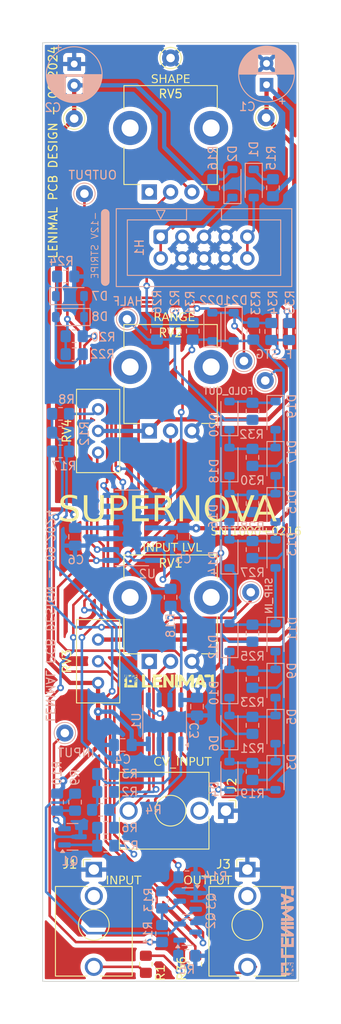
<source format=kicad_pcb>
(kicad_pcb (version 20240108) (generator "pcbnew") (generator_version "8.0")
  (layers (0 "F.Cu" signal) (31 "B.Cu" signal) (34 "B.Paste" user) (35 "F.Paste" user) (36 "B.SilkS" user "B.Silkscreen") (37 "F.SilkS" user "F.Silkscreen") (38 "B.Mask" user) (39 "F.Mask" user) (44 "Edge.Cuts" user))
  (net 0 "")
  (net 1 "+12V")
  (net 2 "GNDREF")
  (net 3 "-12V")
  (net 4 "Net-(D1-K)")
  (net 5 "Net-(D2-K)")
  (net 6 "Net-(D2-A)")
  (net 7 "Net-(D1-A)")
  (net 9 "Net-(D3-A)")
  (net 10 "Net-(D3-K)")
  (net 12 "Net-(D19-K)")
  (net 13 "Net-(D17-K)")
  (net 14 "Net-(D10-A)")
  (net 15 "Net-(D10-K)")
  (net 16 "Net-(D11-K)")
  (net 17 "Net-(D21-K)")
  (net 18 "Net-(D21-A)")
  (net 19 "Net-(J1-PadT)")
  (net 20 "Net-(J2-PadT)")
  (net 22 "Net-(J3-PadT)")
  (net 23 "Net-(Q1-E)")
  (net 24 "Net-(Q1-B)")
  (net 25 "Net-(Q2-E)")
  (net 26 "Net-(Q2-C)")
  (net 27 "Net-(Q2-B)")
  (net 28 "Net-(Q3-C)")
  (net 29 "Net-(R3-Pad1)")
  (net 30 "Net-(R7-Pad1)")
  (net 31 "Net-(R17-Pad2)")
  (net 32 "Net-(R35-Pad1)")
  (net 33 "Net-(D7-A)")
  (net 34 "Net-(D7-K)")
  (net 35 "Net-(D13-K)")
  (net 36 "Net-(D15-K)")
  (net 37 "Net-(R2-Pad1)")
  (net 38 "Net-(U1A--)")
  (net 39 "Net-(R4-Pad2)")
  (net 40 "Net-(R8-Pad2)")
  (net 41 "Net-(R11-Pad2)")
  (net 42 "Net-(R26-Pad2)")
  (net 43 "Net-(R29-Pad1)")
  (net 45 "Net-(U1B--)")
  (net 46 "Net-(U1B-+)")
  (net 47 "Net-(U2B--)")
  (net 48 "Net-(U2D--)")
  (footprint "Synth:Jack_3.5mm_QingPu_WQP-PJ398SM_Vertical_CircularHoles" (layer "F.Cu") (at 106 153.38)
    (property "Reference" "J1")
    (property "Value" "WAVE_INPUT")
  )
  (footprint "Connector_Pin:Pin_D1.0mm_L10.0mm" (layer "F.Cu") (at 103.7 58.9 180)
    (property "Reference" "TP3" (hide yes))
    (property "Value" "-12V")
  )
  (footprint "Synth:Jack_3.5mm_QingPu_WQP-PJ398SM_Vertical_CircularHoles" (layer "F.Cu") (at 115 140 -90)
    (property "Reference" "J2")
    (property "Value" "CTRL_INPUT")
  )
  (footprint "Synth:Jack_3.5mm_QingPu_WQP-PJ398SM_Vertical_CircularHoles" (layer "F.Cu") (at 124 153.38)
    (property "Reference" "J3")
    (property "Value" "OUTPUT")
  )
  (footprint "Synth:Potentiometer_TT_P0915N" (layer "F.Cu") (at 115 115)
    (property "Reference" "RV1")
    (property "Value" "100K")
  )
  (footprint "Synth:Potentiometer_Bourns_3296W_Vertical" (layer "F.Cu") (at 106.5 119.95 90)
    (property "Reference" "RV3")
    (property "Value" "50K")
  )
  (footprint "Synth:Potentiometer_TT_P0915N" (layer "F.Cu") (at 115 88)
    (property "Reference" "RV2")
    (property "Value" "100K")
  )
  (footprint "Synth:lenimal_logo_full" (layer "F.Cu") (at 114.9 124.8)
    (property "Reference" "G***" (hide yes))
    (property "Value" "LOGO" (hide yes))
  )
  (footprint "Synth:Potentiometer_Bourns_3296W_Vertical" (layer "F.Cu") (at 106.5 92.96 90)
    (property "Reference" "RV4")
    (property "Value" "1K")
  )
  (footprint "Synth:Potentiometer_TT_P0915N" (layer "F.Cu") (at 115 60)
    (property "Reference" "RV5")
    (property "Value" "50K")
  )
  (footprint "Resistor_SMD:R_0805_2012Metric_Pad1.20x1.40mm_HandSolder" (layer "F.Cu") (at 117.9 158 90)
    (property "Reference" "R36")
    (property "Value" "1K")
  )
  (footprint "Resistor_SMD:R_0805_2012Metric_Pad1.20x1.40mm_HandSolder" (layer "F.Cu") (at 112.1 158 90)
    (property "Reference" "R1")
    (property "Value" "100K")
  )
  (footprint "Connector_Pin:Pin_D1.0mm_L10.0mm" (layer "F.Cu") (at 115 51.8 180)
    (property "Reference" "TP2" (hide yes))
    (property "Value" "GND")
  )
  (footprint "Connector_Pin:Pin_D1.0mm_L10.0mm" (layer "F.Cu") (at 126.2 58.8 180)
    (property "Reference" "TP1" (hide yes))
    (property "Value" "+12V")
  )
  (footprint "Resistor_SMD:R_0805_2012Metric_Pad1.20x1.40mm_HandSolder" (layer "B.Cu") (at 102.1 95.7 180)
    (property "Reference" "R12")
    (property "Value" "10K [1%]")
  )
  (footprint "Resistor_SMD:R_0805_2012Metric_Pad1.20x1.40mm_HandSolder" (layer "B.Cu") (at 102.1 93.5)
    (property "Reference" "R8")
    (property "Value" "15K [1%]")
  )
  (footprint "Resistor_SMD:R_0805_2012Metric_Pad1.20x1.40mm_HandSolder" (layer "B.Cu") (at 107.4 144.1 180)
    (property "Reference" "R7")
    (property "Value" "22K")
  )
  (footprint "Resistor_SMD:R_0805_2012Metric_Pad1.20x1.40mm_HandSolder" (layer "B.Cu") (at 124.6 104 -90)
    (property "Reference" "R28")
    (property "Value" "15K")
  )
  (footprint "Diode_SMD:D_SOD-123" (layer "B.Cu") (at 121.9 109.9 90)
    (property "Reference" "D14")
    (property "Value" "1N4148W")
  )
  (footprint "Diode_SMD:D_SOD-123" (layer "B.Cu") (at 122.25 66.5 90)
    (property "Reference" "D2")
    (property "Value" "1N5819")
  )
  (footprint "Package_TO_SOT_SMD:SOT-23" (layer "B.Cu") (at 117 154.225)
    (property "Reference" "Q2")
    (property "Value" "BC847")
  )
  (footprint "Diode_SMD:D_SOD-123" (layer "B.Cu") (at 121.9 135.9 90)
    (property "Reference" "D4")
    (property "Value" "1N4148W")
  )
  (footprint "Connector_Pin:Pin_D1.0mm_L10.0mm" (layer "B.Cu") (at 123.6 87.3 180)
    (property "Reference" "TP9" (hide yes))
    (property "Value" "FINAL_STAGE")
  )
  (footprint "Resistor_SMD:R_0805_2012Metric_Pad1.20x1.40mm_HandSolder" (layer "B.Cu") (at 116.9 157 180)
    (property "Reference" "R5")
    (property "Value" "680R")
  )
  (footprint "Resistor_SMD:R_0805_2012Metric_Pad1.20x1.40mm_HandSolder" (layer "B.Cu") (at 124.6 119.2 -90)
    (property "Reference" "R25")
    (property "Value" "15K")
  )
  (footprint "Resistor_SMD:R_0805_2012Metric_Pad1.20x1.40mm_HandSolder" (layer "B.Cu") (at 124.7 83.8 -90)
    (property "Reference" "R33")
    (property "Value" "56K")
  )
  (footprint "Resistor_SMD:R_0805_2012Metric_Pad1.20x1.40mm_HandSolder" (layer "B.Cu") (at 124.6 98.6 90)
    (property "Reference" "R30")
    (property "Value" "15K")
  )
  (footprint "Capacitor_SMD:C_0805_2012Metric_Pad1.18x1.45mm_HandSolder" (layer "B.Cu") (at 118.1 127.8 -90)
    (property "Reference" "C3")
    (property "Value" "100nF")
  )
  (footprint "Diode_SMD:D_SOD-123" (layer "B.Cu") (at 127.3 119.7 -90)
    (property "Reference" "D11")
    (property "Value" "1N4148W")
  )
  (footprint "Diode_SMD:D_SOD-123" (layer "B.Cu") (at 127.3 125.1 -90)
    (property "Reference" "D9")
    (property "Value" "1N4148W")
  )
  (footprint "Diode_SMD:D_SOD-123" (layer "B.Cu") (at 121.9 130.5 90)
    (property "Reference" "D6")
    (property "Value" "1N4148W")
  )
  (footprint "Resistor_SMD:R_0805_2012Metric_Pad1.20x1.40mm_HandSolder" (layer "B.Cu") (at 102.7 77.4 180)
    (property "Reference" "R24")
    (property "Value" "2K7")
  )
  (footprint "Capacitor_THT:CP_Radial_D6.3mm_P2.50mm" (layer "B.Cu") (at 103.7 52.5 -90)
    (property "Reference" "C2")
    (property "Value" "47uF")
  )
  (footprint "Resistor_SMD:R_0805_2012Metric_Pad1.20x1.40mm_HandSolder" (layer "B.Cu") (at 124.6 93.2 -90)
    (property "Reference" "R32")
    (property "Value" "15K")
  )
  (footprint "Diode_SMD:D_SOD-123" (layer "B.Cu") (at 121.9 99.1 90)
    (property "Reference" "D18")
    (property "Value" "1N4148W")
  )
  (footprint "Resistor_SMD:R_0805_2012Metric_Pad1.20x1.40mm_HandSolder" (layer "B.Cu") (at 120 67 -90)
    (property "Reference" "R16")
    (property "Value" "10R")
  )
  (footprint "Resistor_SMD:R_0805_2012Metric_Pad1.20x1.40mm_HandSolder" (layer "B.Cu") (at 102.1 97.9 180)
    (property "Reference" "R17")
    (property "Value" "100K [1%]")
  )
  (footprint "Resistor_SMD:R_0805_2012Metric_Pad1.20x1.40mm_HandSolder" (layer "B.Cu") (at 127 67 -90)
    (property "Reference" "R15")
    (property "Value" "10R")
  )
  (footprint "Diode_SMD:D_SOD-123" (layer "B.Cu") (at 103.2 82.15 180)
    (property "Reference" "D8")
    (property "Value" "1N4148W")
  )
  (footprint "Resistor_SMD:R_0805_2012Metric_Pad1.20x1.40mm_HandSolder" (layer "B.Cu") (at 107.4 135.7 180)
    (property "Reference" "R3")
    (property "Value" "100K")
  )
  (footprint "Diode_SMD:D_SOD-123" (layer "B.Cu") (at 127.3 104.5 -90)
    (property "Reference" "D15")
    (property "Value" "1N4148W")
  )
  (footprint "Synth:lenimal_logo_full" (layer "B.Cu") (at 128.7 154 90)
    (property "Reference" "G***" (hide yes))
    (property "Value" "LOGO" (hide yes))
  )
  (footprint "Diode_SMD:D_SOD-123" (layer "B.Cu") (at 124.75 66.5 -90)
    (property "Reference" "D1")
    (property "Value" "1N5819")
  )
  (footprint "Diode_SMD:D_SOD-123" (layer "B.Cu") (at 127.3 109.9 -90)
    (property "Reference" "D13")
    (property "Value" "1N4148W")
  )
  (footprint "Resistor_SMD:R_0805_2012Metric_Pad1.20x1.40mm_HandSolder" (layer "B.Cu") (at 113.4 83.8 90)
    (property "Reference" "R26")
    (property "Value" "27K")
  )
  (footprint "Resistor_SMD:R_0805_2012Metric_Pad1.20x1.40mm_HandSolder" (layer "B.Cu") (at 115.5 83.8 -90)
    (property "Reference" "R29")
    (property "Value" "5K6")
  )
  (footprint "Resistor_SMD:R_0805_2012Metric_Pad1.20x1.40mm_HandSolder" (layer "B.Cu") (at 124.6 124.6 90)
    (property "Reference" "R23")
    (property "Value" "15K")
  )
  (footprint "Connector_Pin:Pin_D1.0mm_L10.0mm" (layer "B.Cu") (at 109.9 82.4 180)
    (property "Reference" "TP7" (hide yes))
    (property "Value" "FOLDER_HALF_OUT")
  )
  (footprint "Connector_Pin:Pin_D1.0mm_L10.0mm" (layer "B.Cu") (at 102.6 130.9 180)
    (property "Reference" "TP4" (hide yes))
    (property "Value" "INPUT")
  )
  (footprint "Resistor_SMD:R_0805_2012Metric_Pad1.20x1.40mm_HandSolder" (layer "B.Cu") (at 128.9 83.85 -90)
    (property "Reference" "R35")
    (property "Value" "56K")
  )
  (footprint "Diode_SMD:D_SOD-123" (layer "B.Cu") (at 127.3 130.5 -90)
    (property "Reference" "D5")
    (property "Value" "1N4148W")
  )
  (footprint "Synth:IDC-Header_2x05_P2.54mm_Vertical" (layer "B.Cu") (at 113.84 72.75 -90)
    (property "Reference" "H1")
    (property "Value" "Conn_02x05_PWR_Eurorack")
  )
  (footprint "Diode_SMD:D_SOD-123" (layer "B.Cu") (at 121.9 125.1 90)
    (property "Reference" "D10")
    (property "Value" "1N4148W")
  )
  (footprint "Resistor_SMD:R_0805_2012Metric_Pad1.20x1.40mm_HandSolder" (layer "B.Cu") (at 116.93 147.8)
    (property "Reference" "R14")
    (property "Value" "100K [1%]")
  )
  (footprint "Resistor_SMD:R_0805_2012Metric_Pad1.20x1.40mm_HandSolder" (layer "B.Cu") (at 117.6 83.8 90)
    (property "Reference" "R31")
    (property "Value" "5K6")
  )
  (footprint "Package_TO_SOT_SMD:SOT-23" (layer "B.Cu") (at 117 150.6 180)
    (property "Reference" "Q3")
    (property "Value" "BC847")
  )
  (footprint "Resistor_SMD:R_0805_2012Metric_Pad1.20x1.40mm_HandSolder" (layer "B.Cu") (at 103.7 84.4 180)
    (property "Reference" "R20")
    (property "Value" "100K")
  )
  (footprint "Resistor_SMD:R_0805_2012Metric_Pad1.20x1.40mm_HandSolder" (layer "B.Cu") (at 124.6 109.4 90)
    (property "Reference" "R27")
    (property "Value" "15K")
  )
  (footprint "Resistor_SMD:R_0805_2012Metric_Pad1.20x1.40mm_HandSolder" (layer "B.Cu") (at 107.4 142 180)
    (property "Reference" "R6")
    (property "Value" "22K")
  )
  (footprint "Resistor_SMD:R_0805_2012Metric_Pad1.20x1.40mm_HandSolder" (layer "B.Cu") (at 115 115 90)
    (property "Reference" "R18")
    (property "Value" "100K")
  )
  (footprint "Resistor_SMD:R_0805_2012Metric_Pad1.20x1.40mm_HandSolder" (layer "B.Cu") (at 124.6 130 -90)
    (property "Reference" "R21")
    (property "Value" "15K")
  )
  (footprint "Package_SO:SO-8_3.9x4.9mm_P1.27mm" (layer "B.Cu") (at 114.3 129.6 90)
    (property "Reference" "U1")
    (property "Value" "TL072")
  )
  (footprint "Capacitor_SMD:C_0805_2012Metric_Pad1.18x1.45mm_HandSolder" (layer "B.Cu") (at 109.4 132.3)
    (property "Reference" "C4")
    (property "Value" "100nF")
  )
  (footprint "Capacitor_SMD:C_0805_2012Metric_Pad1.18x1.45mm_HandSolder" (layer "B.Cu") (at 116.5 107.9 -90)
    (property "Reference" "C5")
    (property "Value" "100nF")
  )
  (footprint "Capacitor_THT:CP_Radial_D6.3mm_P2.50mm" (layer "B.Cu") (at 126.25 54.93238 90)
    (property "Reference" "C1")
    (property "Value" "47uF")
  )
  (footprint "Resistor_SMD:R_0805_2012Metric_Pad1.20x1.40mm_HandSolder" (layer "B.Cu") (at 103.7 86.5)
    (property "Reference" "R22")
    (property "Value" "33K")
  )
  (footprint "Diode_SMD:D_SOD-123" (layer "B.Cu") (at 122.4 83.3 -90)
    (property "Reference" "D21")
    (property "Value" "1N4148W")
  )
  (footprint "Package_TO_SOT_SMD:SOT-23" (layer "B.Cu") (at 103.5 143.0625)
    (property "Reference" "Q1")
    (property "Value" "BC847")
  )
  (footprint "Diode_SMD:D_SOD-123" (layer "B.Cu") (at 103.2 79.7)
    (property "Reference" "D7")
    (property "Value" "1N4148W")
  )
  (footprint "Diode_SMD:D_SOD-123" (layer "B.Cu") (at 121.9 104.5 90)
    (property "Reference" "D16")
    (property "Value" "1N4148W")
  )
  (footprint "Diode_SMD:D_SOD-123" (layer "B.Cu") (at 121.9 93.7 90)
    (property "Reference" "D20")
    (property "Value" "1N4148W")
  )
  (footprint "Capacitor_SMD:C_0805_2012Metric_Pad1.18x1.45mm_HandSolder" (layer "B.Cu") (at 103.8 107.9 90)
    (property "Reference" "C6")
    (property "Value" "100nF")
  )
  (footprint "Diode_SMD:D_SOD-123" (layer "B.Cu") (at 121.9 119.7 90)
    (property "Reference" "D12")
    (property "Value" "1N4148W")
  )
  (footprint "Connector_Pin:Pin_D1.0mm_L10.0mm" (layer "B.Cu") (at 124.4 114.4 180)
    (property "Reference" "TP5" (hide yes))
    (property "Value" "SHAPE_INPUT")
  )
  (footprint "Package_SO:SO-14_3.9x8.65mm_P1.27mm" (layer "B.Cu") (at 110.475 106.86 180)
    (property "Reference" "U2")
    (property "Value" "TL074")
  )
  (footprint "Resistor_SMD:R_0805_2012Metric_Pad1.20x1.40mm_HandSolder" (layer "B.Cu") (at 126.8 83.85 90)
    (property "Reference" "R34")
    (property "Value" "6K8")
  )
  (footprint "Diode_SMD:D_SOD-123" (layer "B.Cu") (at 127.3 93.7 -90)
    (property "Reference" "D19")
    (property "Value" "1N4148W")
  )
  (footprint "Connector_Pin:Pin_D1.0mm_L10.0mm" (layer "B.Cu") (at 126.1 89.6 180)
    (property "Reference" "TP6" (hide yes))
    (property "Value" "FOLDER_OUT")
  )
  (footprint "Resistor_SMD:R_0805_2012Metric_Pad1.20x1.40mm_HandSolder" (layer "B.Cu") (at 107.4 137.8 180)
    (property "Reference" "R2")
    (property "Value" "68K")
  )
  (footprint "Diode_SMD:D_SOD-123" (layer "B.Cu") (at 127.3 99.1 -90)
    (property "Reference" "D17")
    (property "Value" "1N4148W")
  )
  (footprint "Resistor_SMD:R_0805_2012Metric_Pad1.20x1.40mm_HandSolder" (layer "B.Cu") (at 124.6 135.4 90)
    (property "Reference" "R19")
    (property "Value" "15K")
  )
  (footprint "Connector_Pin:Pin_D1.0mm_L10.0mm" (layer "B.Cu") (at 104.9 67.7 180)
    (property "Reference" "TP8" (hide yes))
    (property "Value" "OUTPUT")
  )
  (footprint "Diode_SMD:D_SOD-123" (layer "B.Cu") (at 119.9 83.3 90)
    (property "Reference" "D22")
    (property "Value" "1N4148W")
  )
  (footprint "Resistor_SMD:R_0805_2012Metric_Pad1.20x1.40mm_HandSolder" (layer "B.Cu") (at 114 154.4 -90)
    (property "Reference" "R11")
    (property "Value" "15K [1%]")
  )
  (footprint "Resistor_SMD:R_0805_2012Metric_Pad1.20x1.40mm_HandSolder" (layer "B.Cu") (at 114 150.45 -90)
    (property "Reference" "R13")
    (property "Value" "10K [1%]")
  )
  (footprint "Diode_SMD:D_SOD-123" (layer "B.Cu") (at 127.3 135.9 -90)
    (property "Reference" "D3")
    (property "Value" "1N4148W")
  )
  (footprint "Resistor_SMD:R_0805_2012Metric_Pad1.20x1.40mm_HandSolder" (layer "B.Cu") (at 106.8 139.9)
    (property "Reference" "R4")
    (property "Value" "100K")
  )
  (footprint "Resistor_SMD:R_0805_2012Metric_Pad1.20x1.40mm_HandSolder" (layer "B.Cu") (at 101.7 139 -90)
    (property "Reference" "R10")
    (property "Value" "15K")
  )
  (footprint "Resistor_SMD:R_0805_2012Metric_Pad1.20x1.40mm_HandSolder" (layer "B.Cu") (at 103.8 139 90)
    (property "Reference" "R9")
    (property "Value" "33K")
  )
  (gr_rect (start 100 50) (end 130 160) (stroke (width 0.1)) (fill none) (layer "Edge.Cuts"))
  (gr_text "SHP_IN" (at 127 112.6 90) (layer "B.SilkS") (effects (font (size 0.8 0.8)) (justify left bottom mirror)))
  (gr_text "F_STG" (at 129.4 87.1 0) (layer "B.SilkS") (effects (font (size 1 1)) (justify left bottom mirror)))
  (gr_text "OUTPUT" (at 108.8 66.1 0) (layer "B.SilkS") (effects (font (size 1 1)) (justify left bottom mirror)))
  (gr_text "LENIMAL PCB DESIGN - 09.2024" (at 100.3 129.7 -90) (layer "B.SilkS") (effects (font (size 1 1)) (justify left bottom mirror)))
  (gr_text "FOLD_OUT" (at 124.8 91.3 0) (layer "B.SilkS") (effects (font (size 0.8 0.8)) (justify left bottom mirror)))
  (gr_text "HALF" (at 111.9 80.9 0) (layer "B.SilkS") (effects (font (size 1 1)) (justify left bottom mirror)))
  (gr_text "INPUT" (at 106.2 133.8 0) (layer "B.SilkS") (effects (font (size 1 1)) (justify left bottom mirror)))
  (gr_text "LENIMAL PCB DESIGN - 09.2024" (at 101.8 75.4 90) (layer "F.SilkS") (effects (font (size 1 1)) (justify left bottom)))
  (gr_text "SHAPE" (at 112.7 54.9 0) (layer "F.SilkS") (effects (font (size 1 1)) (justify left bottom)))
  (gr_text "SN 1000+0216" (at 119.7 107.9 0) (layer "F.SilkS") (effects (font (size 1 1)) (justify left bottom)))
  (gr_text "INPUT" (at 107.4 148.8 0) (layer "F.SilkS") (effects (font (size 1 1)) (justify left bottom)))
  (gr_text "CV_INPUT" (at 113 134.9 0) (layer "F.SilkS") (effects (font (size 1 1)) (justify left bottom)))
  (gr_text "INPUT LVL" (at 111.7 109.8 0) (layer "F.SilkS") (effects (font (size 1 1)) (justify left bottom)))
  (gr_text "OUTPUT" (at 116.5 148.8 0) (layer "F.SilkS") (effects (font (size 1 1)) (justify left bottom)))
  (gr_text "SUPERNOVA" (at 101.8 106.6 0) (layer "F.SilkS") (effects (font (size 3 3)) (justify left bottom)))
  (gr_text "RANGE" (at 113 82.8 0) (layer "F.SilkS") (effects (font (size 1 1)) (justify left bottom)))
  (segment (start 113.85 94.15) (end 126.45 94.15) (width 0.5) (layer "F.Cu") (net 1))
  (segment (start 126.2 58.8) (end 129.5 62.1) (width 0.5) (layer "F.Cu") (net 1))
  (segment (start 129.5 91.1) (end 129.5 91) (width 0.5) (layer "F.Cu") (net 1))
  (segment (start 120.9 119.95) (end 127.75 119.95) (width 0.5) (layer "F.Cu") (net 1))
  (segment (start 126.9 106.9) (end 129.5 104.3) (width 0.5) (layer "F.Cu") (net 1))
  (segment (start 129.5 104.3) (end 129.5 118.2) (width 0.5) (layer "F.Cu") (net 1))
  (segment (start 127.75 119.95) (end 129.5 118.2) (width 0.5) (layer "F.Cu") (net 1))
  (segment (start 118 106.9) (end 126.9 106.9) (width 0.5) (layer "F.Cu") (net 1))
  (segment (start 126.25 54.93238) (end 126.25 58.75) (width 0.5) (layer "F.Cu") (net 1))
  (segment (start 129.5 91) (end 129.5 104.3) (width 0.5) (layer "F.Cu") (net 1))
  (segment (start 126.45 94.15) (end 129.5 91.1) (width 0.5) (layer "F.Cu") (net 1))
  (segment (start 118.2 125.4) (end 120.9 122.7) (width 0.5) (layer "F.Cu") (net 1))
  (segment (start 126.25 58.75) (end 126.2 58.8) (width 0.5) (layer "F.Cu") (net 1))
  (segment (start 120.9 122.7) (end 120.9 119.95) (width 0.5) (layer "F.Cu") (net 1))
  (segment (start 112.5 95.5) (end 113.85 94.15) (width 0.5) (layer "F.Cu") (net 1))
  (segment (start 106.5 119.95) (end 120.9 119.95) (width 0.5) (layer "F.Cu") (net 1))
  (segment (start 129.5 62.1) (end 129.5 91) (width 0.5) (layer "F.Cu") (net 1))
  (via (at 118 106.9) (size 1) (drill 0.4) (layers "F.Cu" "B.Cu") (net 1))
  (via (at 118.2 125.4) (size 1) (drill 0.4) (layers "F.Cu" "B.Cu") (net 1))
  (segment (start 129.2 65.8) (end 129.2 57.88238) (width 0.5) (layer "B.Cu") (net 1))
  (segment (start 118.2 126.6625) (end 118.1 126.7625) (width 0.5) (layer "B.Cu") (net 1))
  (segment (start 116.205 127.025) (end 117.8375 127.025) (width 0.5) (layer "B.Cu") (net 1))
  (segment (start 127 68) (end 129.2 65.8) (width 0.5) (layer "B.Cu") (net 1))
  (segment (start 129.2 57.88238) (end 126.25 54.93238) (width 0.5) (layer "B.Cu") (net 1))
  (segment (start 117.8375 127.025) (end 118.1 126.7625) (width 0.5) (layer "B.Cu") (net 1))
  (segment (start 112.5 95.5) (end 106.5 95.5) (width 0.5) (layer "B.Cu") (net 1))
  (segment (start 117.4375 106.9) (end 117.3975 106.86) (width 0.5) (layer "B.Cu") (net 1))
  (segment (start 117.3975 106.86) (end 112.95 106.86) (width 0.5) (layer "B.Cu") (net 1))
  (segment (start 118.2 125.4) (end 118.2 126.6625) (width 0.5) (layer "B.Cu") (net 1))
  (segment (start 118 106.9) (end 117.4375 106.9) (width 0.5) (layer "B.Cu") (net 1))
  (segment (start 106.5 125.03) (end 106.5 132.4) (width 0.5) (layer "F.Cu") (net 3))
  (segment (start 100.7 104.7) (end 100.7 61.9) (width 0.5) (layer "F.Cu") (net 3))
  (segment (start 100.7 104.7) (end 103.1 104.7) (width 0.5) (layer "F.Cu") (net 3))
  (segment (start 103.7 58.9) (end 103.7 55) (width 0.5) (layer "F.Cu") (net 3))
  (segment (start 106.5 125.03) (end 103.23 125.03) (width 0.5) (layer "F.Cu") (net 3))
  (segment (start 100.7 61.9) (end 103.7 58.9) (width 0.5) (layer "F.Cu") (net 3))
  (segment (start 100.7 122.5) (end 100.7 104.7) (width 0.5) (layer "F.Cu") (net 3))
  (segment (start 106.5 128.4) (end 106.5 125.03) (width 0.5) (layer "F.Cu") (net 3))
  (segment (start 103.1 104.7) (end 103.7 105.3) (width 0.5) (layer "F.Cu") (net 3))
  (segment (start 103.23 125.03) (end 100.7 122.5) (width 0.5) (layer "F.Cu") (net 3))
  (segment (start 106.5 132.4) (end 102.4 136.5) (width 0.5) (layer "F.Cu") (net 3))
  (via (at 102.4 136.5) (size 1) (drill 0.4) (layers "F.Cu" "B.Cu") (net 3))
  (via (at 103.7 105.3) (size 1) (drill 0.4) (layers "F.Cu" "B.Cu") (net 3))
  (via (at 106.5 128.4) (size 1) (drill 0.4) (layers "F.Cu" "B.Cu") (net 3))
  (segment (start 110.4375 130.6375) (end 110.4375 132.3) (width 0.5) (layer "B.Cu") (net 3))
  (segment (start 106.5 128.4) (end 108.2 128.4) (width 0.5) (layer "B.Cu") (net 3))
  (segment (start 111 55) (end 103.7 55) (width 0.5) (layer "B.Cu") (net 3))
  (segment (start 103.7 55.017621) (end 103.75 55.067621) (width 0.5) (layer "B.Cu") (net 3))
  (segment (start 103.7 106.7625) (end 103.8 106.8625) (width 0.5) (layer "B.Cu") (net 3))
  (segment (start 107.9975 106.8625) (end 108 106.86) (width 0.5) (layer "B.Cu") (net 3))
  (segment (start 112.395 132.175) (end 110.5625 132.175) (width 0.5) (layer "B.Cu") (net 3))
  (segment (start 120 68) (end 114.25 62.25) (width 0.5) (layer "B.Cu") (net 3))
  (segment (start 110.5625 132.175) (end 110.4375 132.3) (width 0.5) (layer "B.Cu") (net 3))
  (segment (start 114.25 58.25) (end 111 55) (width 0.5) (layer "B.Cu") (net 3))
  (segment (start 103.7 105.3) (end 103.7 106.7625) (width 0.5) (layer "B.Cu") (net 3))
  (segment (start 102.4 136.5) (end 102.4 137.3) (width 0.5) (layer "B.Cu") (net 3))
  (segment (start 103.8 106.8625) (end 107.9975 106.8625) (width 0.5) (layer "B.Cu") (net 3))
  (segment (start 103.7 55) (end 103.7 55.017621) (width 0.5) (layer "B.Cu") (net 3))
  (segment (start 114.25 62.25) (end 114.25 58.25) (width 0.5) (layer "B.Cu") (net 3))
  (segment (start 108.2 128.4) (end 110.4375 130.6375) (width 0.5) (layer "B.Cu") (net 3))
  (segment (start 102.4 137.3) (end 101.7 138) (width 0.5) (layer "B.Cu") (net 3))
  (segment (start 127 66) (end 125.9 66) (width 0.3) (layer "B.Cu") (net 4))
  (segment (start 125.9 66) (end 124.75 64.85) (width 0.3) (layer "B.Cu") (net 4))
  (segment (start 113.84 72.75) (end 113.84 75.29) (width 0.3) (layer "F.Cu") (net 5))
  (segment (start 122.25 68.15) (end 118.85 71.55) (width 0.3) (layer "B.Cu") (net 5))
  (segment (start 118.85 71.55) (end 115.04 71.55) (width 0.3) (layer "B.Cu") (net 5))
  (segment (start 115.04 71.55) (end 113.84 72.75) (width 0.3) (layer "B.Cu") (net 5))
  (segment (start 121.1 66) (end 122.25 64.85) (width 0.3) (layer "B.Cu") (net 6))
  (segment (start 120 66) (end 121.1 66) (width 0.3) (layer "B.Cu") (net 6))
  (segment (start 124 72.75) (end 124 75.29) (width 0.3) (layer "F.Cu") (net 7))
  (segment (start 124.75 68.15) (end 124.75 72) (width 0.3) (layer "B.Cu") (net 7))
  (segment (start 124.75 72) (end 124 72.75) (width 0.3) (layer "B.Cu") (net 7))
  (segment (start 105.2 98.960316) (end 104.4 98.160316) (width 0.3) (layer "F.Cu") (net 9))
  (segment (start 102.85 121.25) (end 101.8 120.2) (width 0.3) (layer "F.Cu") (net 9))
  (segment (start 117.5 67.5) (end 115.7 65.7) (width 0.3) (layer "F.Cu") (net 9))
  (segment (start 105.2 109.460661) (end 105.2 98.960316) (width 0.3) (layer "F.Cu") (net 9))
  (segment (start 106.3 110.7) (end 106.3 110.560661) (width 0.3) (layer "F.Cu") (net 9))
  (segment (start 111.3 65.6) (end 103.9 65.6) (width 0.3) (layer "F.Cu") (net 9))
  (segment (start 120.6 137.5) (end 116.25 133.15) (width 0.3) (layer "F.Cu") (net 9))
  (segment (start 116.25 133.15) (end 116.25 121.982233) (width 0.3) (layer "F.Cu") (net 9))
  (segment (start 104.4 83.9) (end 102.9 82.4) (width 0.3) (layer "F.Cu") (net 9))
  (segment (start 115.7 65.7) (end 111.4 65.7) (width 0.3) (layer "F.Cu") (net 9))
  (segment (start 102.9 66.6) (end 102.9 82.4) (width 0.3) (layer "F.Cu") (net 9))
  (segment (start 103.9 65.6) (end 102.9 66.6) (width 0.3) (layer "F.Cu") (net 9))
  (segment (start 104.9 110.7) (end 106.3 110.7) (width 0.3) (layer "F.Cu") (net 9))
  (segment (start 111.4 65.7) (end 111.3 65.6) (width 0.3) (layer "F.Cu") (net 9))
  (segment (start 115.517767 121.25) (end 102.85 121.25) (width 0.3) (layer "F.Cu") (net 9))
  (segment (start 101.8 113.8) (end 104.9 110.7) (width 0.3) (layer "F.Cu") (net 9))
  (segment (start 101.8 120.2) (end 101.8 113.8) (width 0.3) (layer "F.Cu") (net 9))
  (segment (start 116.25 121.982233) (end 115.517767 121.25) (width 0.3) (layer "F.Cu") (net 9))
  (segment (start 106.3 110.560661) (end 105.2 109.460661) (width 0.3) (layer "F.Cu") (net 9))
  (segment (start 104.4 98.160316) (end 104.4 83.9) (width 0.3) (layer "F.Cu") (net 9))
  (via (at 106.3 110.7) (size 0.8) (drill 0.4) (layers "F.Cu" "B.Cu") (net 9))
  (via (at 120.6 137.5) (size 0.8) (drill 0.4) (layers "F.Cu" "B.Cu") (net 9))
  (via (at 102.9 82.4) (size 0.8) (drill 0.4) (layers "F.Cu" "B.Cu") (net 9))
  (segment (start 120.65 137.55) (end 120.6 137.5) (width 0.3) (layer "B.Cu") (net 9))
  (segment (start 102.9 84.2) (end 102.7 84.4) (width 0.3) (layer "B.Cu") (net 9))
  (segment (start 106.33 110.67) (end 108 110.67) (width 0.3) (layer "B.Cu") (net 9))
  (segment (start 121.9 137.55) (end 120.65 137.55) (width 0.3) (layer "B.Cu") (net 9))
  (segment (start 102.7 84.4) (end 102.7 86.5) (width 0.3) (layer "B.Cu") (net 9))
  (segment (start 102.9 82.4) (end 102.9 84.2) (width 0.3) (layer "B.Cu") (net 9))
  (segment (start 106.3 110.7) (end 106.33 110.67) (width 0.3) (layer "B.Cu") (net 9))
  (segment (start 127.3 137.55) (end 121.9 137.55) (width 0.3) (layer "B.Cu") (net 9))
  (segment (start 124.6 134.4) (end 127.15 134.4) (width 0.3) (layer "B.Cu") (net 10))
  (segment (start 121.9 132.15) (end 121.9 134.25) (width 0.3) (layer "B.Cu") (net 10))
  (segment (start 127.3 132.15) (end 127.3 134.25) (width 0.3) (layer "B.Cu") (net 10))
  (segment (start 124.6 134.4) (end 122.05 134.4) (width 0.3) (layer "B.Cu") (net 10))
  (segment (start 127.15 134.4) (end 127.3 134.25) (width 0.3) (layer "B.Cu") (net 10))
  (segment (start 122.05 134.4) (end 121.9 134.25) (width 0.3) (layer "B.Cu") (net 10))
  (segment (start 124.45 92.05) (end 124.6 92.2) (width 0.3) (layer "B.Cu") (net 12))
  (segment (start 127.05 92.2) (end 127.2 92.05) (width 0.3) (layer "B.Cu") (net 12))
  (segment (start 124.6 92.2) (end 127.05 92.2) (width 0.3) (layer "B.Cu") (net 12))
  (segment (start 121.9 92.05) (end 124.45 92.05) (width 0.3) (layer "B.Cu") (net 12))
  (segment (start 127.2 97.35) (end 127.3 97.45) (width 0.3) (layer "B.Cu") (net 13))
  (segment (start 124.6 97.6) (end 127.15 97.6) (width 0.3) (layer "B.Cu") (net 13))
  (segment (start 127.2 95.35) (end 127.2 97.35) (width 0.3) (layer "B.Cu") (net 13))
  (segment (start 122.05 97.6) (end 121.9 97.45) (width 0.3) (layer "B.Cu") (net 13))
  (segment (start 127.15 97.6) (end 127.3 97.45) (width 0.3) (layer "B.Cu") (net 13))
  (segment (start 121.9 95.35) (end 121.9 97.45) (width 0.3) (layer "B.Cu") (net 13))
  (segment (start 124.6 97.6) (end 122.05 97.6) (width 0.3) (layer "B.Cu") (net 13))
  (segment (start 127.15 123.6) (end 127.3 123.45) (width 0.3) (layer "B.Cu") (net 14))
  (segment (start 121.9 121.35) (end 121.9 123.45) (width 0.3) (layer "B.Cu") (net 14))
  (segment (start 124.6 123.6) (end 127.15 123.6) (width 0.3) (layer "B.Cu") (net 14))
  (segment (start 122.05 123.6) (end 121.9 123.45) (width 0.3) (layer "B.Cu") (net 14))
  (segment (start 127.3 121.35) (end 127.3 123.45) (width 0.3) (layer "B.Cu") (net 14))
  (segment (start 124.6 123.6) (end 122.05 123.6) (width 0.3) (layer "B.Cu") (net 14))
  (segment (start 124.6 129) (end 122.05 129) (width 0.3) (layer "B.Cu") (net 15))
  (segment (start 127.3 126.75) (end 127.3 128.85) (width 0.3) (layer "B.Cu") (net 15))
  (segment (start 124.6 129) (end 127.15 129) (width 0.3) (layer "B.Cu") (net 15))
  (segment (start 121.9 126.75) (end 121.9 128.85) (width 0.3) (layer "B.Cu") (net 15))
  (segment (start 122.05 129) (end 121.9 128.85) (width 0.3) (layer "B.Cu") (net 15))
  (segment (start 127.15 129) (end 127.3 128.85) (width 0.3) (layer "B.Cu") (net 15))
  (segment (start 122.6 117.35) (end 122.6 112.25) (width 0.3) (layer "B.Cu") (net 16))
  (segment (start 122.6 112.25) (end 121.9 111.55) (width 0.3) (layer "B.Cu") (net 16))
  (segment (start 127.3 111.55) (end 127.3 118.05) (width 0.3) (layer "B.Cu") (net 16))
  (segment (start 124.6 118.2) (end 122.05 118.2) (width 0.3) (layer "B.Cu") (net 16))
  (segment (start 121.9 118.05) (end 122.6 117.35) (width 0.3) (layer "B.Cu") (net 16))
  (segment (start 124.6 118.2) (end 127.15 118.2) (width 0.3) (layer "B.Cu") (net 16))
  (segment (start 122.05 118.2) (end 121.9 118.05) (width 0.3) (layer "B.Cu") (net 16))
  (segment (start 127.15 118.2) (end 127.3 118.05) (width 0.3) (layer "B.Cu") (net 16))
  (segment (start 123.6 87.3) (end 123.6 84.3) (width 0.3) (layer "F.Cu") (net 17))
  (segment (start 117.85 80.9) (end 118.1 81.15) (width 0.3) (layer "F.Cu") (net 17))
  (segment (start 108.57 91.355788) (end 107.9 90.685788) (width 0.3) (layer "F.Cu") (net 17))
  (segment (start 108.890331 99.929669) (end 108.57 99.609338) (width 0.3) (layer "F.Cu") (net 17))
  (segment (start 107.9 82.414212) (end 109.414212 80.9) (width 0.3) (layer "F.Cu") (net 17))
  (segment (start 109.414212 80.9) (end 117.85 80.9) (width 0.3) (layer "F.Cu") (net 17))
  (segment (start 108.57 99.609338) (end 108.57 91.355788) (width 0.3) (layer "F.Cu") (net 17))
  (segment (start 107.9 90.685788) (end 107.9 82.414212) (width 0.3) (layer "F.Cu") (net 17))
  (segment (start 123.6 84.3) (end 122.5 83.2) (width 0.3) (layer "F.Cu") (net 17))
  (via (at 118.1 81.15) (size 0.8) (drill 0.4) (layers "F.Cu" "B.Cu") (net 17))
  (via (at 122.5 83.2) (size 0.8) (drill 0.4) (layers "F.Cu" "B.Cu") (net 17))
  (via (at 108.890331 99.929669) (size 0.8) (drill 0.4) (layers "F.Cu" "B.Cu") (net 17))
  (segment (start 123.55 82.8) (end 122.4 81.65) (width 0.3) (layer "B.Cu") (net 17))
  (segment (start 119.4 81.15) (end 119.9 81.65) (width 0.3) (layer "B.Cu") (net 17))
  (segment (start 126.8 82.85) (end 124.75 82.85) (width 0.3) (layer "B.Cu") (net 17))
  (segment (start 124.75 82.85) (end 124.7 82.8) (width 0.3) (layer "B.Cu") (net 17))
  (segment (start 122.4 81.65) (end 119.9 81.65) (width 0.3) (layer "B.Cu") (net 17))
  (segment (start 118.1 81.15) (end 119.4 81.15) (width 0.3) (layer "B.Cu") (net 17))
  (segment (start 124.7 82.8) (end 123.55 82.8) (width 0.3) (layer "B.Cu") (net 17))
  (segment (start 122.5 83.2) (end 122.5 81.75) (width 0.3) (layer "B.Cu") (net 17))
  (segment (start 122.5 81.75) (end 122.4 81.65) (width 0.3) (layer "B.Cu") (net 17))
  (segment (start 112.95 103.05) (end 109.829669 99.929669) (width 0.3) (layer "B.Cu") (net 17))
  (segment (start 109.829669 99.929669) (end 108.890331 99.929669) (width 0.3) (layer "B.Cu") (net 17))
  (segment (start 116.4 87.1) (end 117.5 86) (width 0.3) (layer "F.Cu") (net 18))
  (segment (start 116.4 93.15) (end 116.4 87.1) (width 0.3) (layer "F.Cu") (net 18))
  (segment (start 116.25 93.3) (end 116.4 93.15) (width 0.3) (layer "F.Cu") (net 18))
  (via (at 116.25 93.3) (size 0.8) (drill 0.4) (layers "F.Cu" "B.Cu") (net 18))
  (via (at 117.5 86) (size 0.8) (drill 0.4) (layers "F.Cu" "B.Cu") (net 18))
  (segment (start 122.4 84.95) (end 124.55 84.95) (width 0.3) (layer "B.Cu") (net 18))
  (segment (start 127.45 125.6) (end 128.25 124.8) (width 0.3) (layer "B.Cu") (net 18))
  (segment (start 127.45 99.6) (end 128.25 98.8) (width 0.3) (layer "B.Cu") (net 18))
  (segment (start 127.3 88.4) (end 128.2 88.4) (width 0.3) (layer "B.Cu") (net 18))
  (segment (start 119.9 84.95) (end 122.4 84.95) (width 0.3) (layer "B.Cu") (net 18))
  (segment (start 124.6 99.6) (end 127.45 99.6) (width 0.3) (layer "B.Cu") (net 18))
  (segment (start 127.55 110.4) (end 128.25 109.7) (width 0.3) (layer "B.Cu") (net 18))
  (segment (start 128.2 88.4) (end 128.25 88.35) (width 0.3) (layer "B.Cu") (net 18))
  (segment (start 128.25 134.719408) (end 128.25 124.8) (width 0.3) (layer "B.Cu") (net 18))
  (segment (start 117.5 84.9) (end 117.6 84.8) (width 0.3) (layer "B.Cu") (net 18))
  (segment (start 124.6 125.6) (end 127.45 125.6) (width 0.3) (layer "B.Cu") (net 18))
  (segment (start 117.5 86) (end 117.5 84.9) (width 0.3) (layer "B.Cu") (net 18))
  (segment (start 128.25 109.7) (end 128.25 98.8) (width 0.3) (layer "B.Cu") (net 18))
  (segment (start 116.25 101.994999) (end 113.924999 104.32) (width 0.3) (layer "B.Cu") (net 18))
  (segment (start 128.25 98.8) (end 128.25 88.35) (width 0.3) (layer "B.Cu") (net 18))
  (segment (start 116.25 93.3) (end 116.25 101.994999) (width 0.3) (layer "B.Cu") (net 18))
  (segment (start 128.25 88.35) (end 124.7 84.8) (width 0.3) (layer "B.Cu") (net 18))
  (segment (start 126.569408 136.4) (end 128.25 134.719408) (width 0.3) (layer "B.Cu") (net 18))
  (segment (start 113.924999 104.32) (end 112.95 104.32) (width 0.3) (layer "B.Cu") (net 18))
  (segment (start 126.1 89.6) (end 127.3 88.4) (width 0.3) (layer "B.Cu") (net 18))
  (segment (start 124.6 136.4) (end 126.569408 136.4) (width 0.3) (layer "B.Cu") (net 18))
  (segment (start 128.25 124.8) (end 128.25 109.7) (width 0.3) (layer "B.Cu") (net 18))
  (segment (start 119.75 84.8) (end 119.9 84.95) (width 0.3) (layer "B.Cu") (net 18))
  (segment (start 124.55 84.95) (end 124.7 84.8) (width 0.3) (layer "B.Cu") (net 18))
  (segment (start 117.6 84.8) (end 119.75 84.8) (width 0.3) (layer "B.Cu") (net 18))
  (segment (start 124.6 110.4) (end 127.55 110.4) (width 0.3) (layer "B.Cu") (net 18))
  (segment (start 112.1 159) (end 112 159) (width 0.3) (layer "F.Cu") (net 19))
  (segment (start 111.3 158.3) (end 106 158.3) (width 0.3) (layer "F.Cu") (net 19))
  (segment (start 112 159) (end 111.3 158.3) (width 0.3) (layer "F.Cu") (net 19))
  (segment (start 110.08 140) (end 112.5 137.58) (width 0.3) (layer "F.Cu") (net 20))
  (segment (start 112.5 137.58) (end 112.5 122.5) (width 0.3) (layer "F.Cu") (net 20))
  (segment (start 117.9 159) (end 124.3 159) (width 0.3) (layer "F.Cu") (net 22))
  (segment (start 124.3 159) (end 125 158.3) (width 0.3) (layer "F.Cu") (net 22))
  (segment (start 101.575736 141.1) (end 101.325736 140.85) (width 0.3) (layer "F.Cu") (net 23))
  (segment (start 101.325736 132.174264) (end 102.6 130.9) (width 0.3) (layer "F.Cu") (net 23))
  (segment (start 101.325736 140.85) (end 101.325736 132.174264) (width 0.3) (layer "F.Cu") (net 23))
  (via (at 101.575736 141.1) (size 0.8) (drill 0.4) (layers "F.Cu" "B.Cu") (net 23))
  (segment (start 101.575736 141.125736) (end 102.5625 142.1125) (width 0.3) (layer "B.Cu") (net 23))
  (segment (start 101.575736 141.1) (end 101.575736 141.125736) (width 0.3) (layer "B.Cu") (net 23))
  (segment (start 101.7 140) (end 103.8 140) (width 0.3) (layer "B.Cu") (net 23))
  (segment (start 102.5625 142.1125) (end 102.5625 140.8625) (width 0.3) (layer "B.Cu") (net 23))
  (segment (start 102.5625 140.8625) (end 101.7 140) (width 0.3) (layer "B.Cu") (net 23))
  (segment (start 106.4 142) (end 106.4 144.1) (width 0.3) (layer "B.Cu") (net 24))
  (segment (start 106.3125 144.0125) (end 106.4 144.1) (width 0.3) (layer "B.Cu") (net 24))
  (segment (start 102.5625 144.0125) (end 106.3125 144.0125) (width 0.3) (layer "B.Cu") (net 24))
  (segment (start 100.994544 139.05) (end 100.4 139.644544) (width 0.3) (layer "B.Cu") (net 25))
  (segment (start 100.4 139.644544) (end 100.4 149.5) (width 0.3) (layer "B.Cu") (net 25))
  (segment (start 117.7875 151.55) (end 116.0625 153.275) (width 0.3) (layer "B.Cu") (net 25))
  (segment (start 102.75 139.05) (end 100.994544 139.05) (width 0.3) (layer "B.Cu") (net 25))
  (segment (start 117.9375 151.55) (end 117.7875 151.55) (width 0.3) (layer "B.Cu") (net 25))
  (segment (start 100.4 149.5) (end 105.25 154.35) (width 0.3) (layer "B.Cu") (net 25))
  (segment (start 105.25 154.35) (end 114.9875 154.35) (width 0.3) (layer "B.Cu") (net 25))
  (segment (start 103.8 138) (end 102.75 139.05) (width 0.3) (layer "B.Cu") (net 25))
  (segment (start 114.9875 154.35) (end 116.0625 153.275) (width 0.3) (layer "B.Cu") (net 25))
  (segment (start 118.8 154.260661) (end 107.9 143.360661) (width 0.3) (layer "F.Cu") (net 26))
  (segment (start 108.9 125) (end 107.6 123.7) (width 0.3) (layer "F.Cu") (net 26))
  (segment (start 107.6 123.7) (end 102.748528 123.7) (width 0.3) (layer "F.Cu") (net 26))
  (segment (start 108.9 126.310661) (end 108.9 125) (width 0.3) (layer "F.Cu") (net 26))
  (segment (start 107.9 127.310661) (end 108.9 126.310661) (width 0.3) (layer "F.Cu") (net 26))
  (segment (start 102.748528 123.7) (end 101.3 122.251472) (width 0.3) (layer "F.Cu") (net 26))
  (segment (start 101.3 105.85) (end 101.55 105.6) (width 0.3) (layer "F.Cu") (net 26))
  (segment (start 118.8 155.5) (end 118.8 154.260661) (width 0.3) (layer "F.Cu") (net 26))
  (segment (start 107.9 143.360661) (end 107.9 127.310661) (width 0.3) (layer "F.Cu") (net 26))
  (segment (start 101.3 122.251472) (end 101.3 105.85) (width 0.3) (layer "F.Cu") (net 26))
  (via (at 101.55 105.6) (size 0.8) (drill 0.4) (layers "F.Cu" "B.Cu") (net 26))
  (via (at 118.8 155.5) (size 0.8) (drill 0.4) (layers "F.Cu" "B.Cu") (net 26))
  (segment (start 118.8 155.0875) (end 117.9375 154.225) (width 0.3) (layer "B.Cu") (net 26))
  (segment (start 101.1 95.7) (end 101.1 93.5) (width 0.3) (layer "B.Cu") (net 26))
  (segment (start 102.225 104.925) (end 102.225 104.865811) (width 0.3) (layer "B.Cu") (net 26))
  (segment (start 102.05 99.039339) (end 102.05 96.65) (width 0.3) (layer "B.Cu") (net 26))
  (segment (start 101.55 105.6) (end 102.225 104.925) (width 0.3) (layer "B.Cu") (net 26))
  (segment (start 102.225 104.865811) (end 102.3 104.790811) (width 0.3) (layer "B.Cu") (net 26))
  (segment (start 118.8 155.5) (end 118.8 155.0875) (width 0.3) (layer "B.Cu") (net 26))
  (segment (start 102.3 99.289339) (end 102.05 99.039339) (width 0.3) (layer "B.Cu") (net 26))
  (segment (start 102.3 104.790811) (end 102.3 99.289339) (width 0.3) (layer "B.Cu") (net 26))
  (segment (start 102.05 96.65) (end 101.1 95.7) (width 0.3) (layer "B.Cu") (net 26))
  (segment (start 116 158.8) (end 114.2 157) (width 0.3) (layer "F.Cu") (net 27))
  (segment (start 114.2 157) (end 112.1 157) (width 0.3) (layer "F.Cu") (net 27))
  (via (at 116 158.8) (size 0.8) (drill 0.4) (layers "F.Cu" "B.Cu") (net 27))
  (segment (start 115.9 155.3375) (end 116.0625 155.175) (width 0.3) (layer "B.Cu") (net 27))
  (segment (start 116 157.1) (end 115.9 157) (width 0.3) (layer "B.Cu") (net 27))
  (segment (start 115.9 157) (end 115.9 155.3375) (width 0.3) (layer "B.Cu") (net 27))
  (segment (start 116 158.8) (end 116 157.1) (width 0.3) (layer "B.Cu") (net 27))
  (segment (start 114 153.4) (end 114 151.45) (width 0.3) (layer "B.Cu") (net 28))
  (segment (start 115.2125 151.45) (end 116.0625 150.6) (width 0.3) (layer "B.Cu") (net 28))
  (segment (start 114 151.45) (end 115.2125 151.45) (width 0.3) (layer "B.Cu") (net 28))
  (segment (start 115 95.5) (end 115 106.014213) (width 0.3) (layer "F.Cu") (net 29))
  (segment (start 115 106.014213) (end 106.9 114.114213) (width 0.3) (layer "F.Cu") (net 29))
  (segment (start 106.9 114.114213) (end 106.9 117.400003) (width 0.3) (layer "F.Cu") (net 29))
  (segment (start 106.9 117.400003) (end 104.600003 119.7) (width 0.3) (layer "F.Cu") (net 29))
  (via (at 104.600003 119.7) (size 0.8) (drill 0.4) (layers "F.Cu" "B.Cu") (net 29))
  (segment (start 104.600003 131.900003) (end 108.4 135.7) (width 0.3) (layer "B.Cu") (net 29))
  (segment (start 104.600003 119.7) (end 104.600003 131.900003) (width 0.3) (layer "B.Cu") (net 29))
  (segment (start 110.700001 145.1) (end 108.4 142.799999) (width 0.3) (layer "F.Cu") (net 30))
  (segment (start 107.097106 122.49) (end 106.5 122.49) (width 0.3) (layer "F.Cu") (net 30))
  (segment (start 108.4 127.517768) (end 109.4 126.517768) (width 0.3) (layer "F.Cu") (net 30))
  (segment (start 109.4 124.792894) (end 107.097106 122.49) (width 0.3) (layer "F.Cu") (net 30))
  (segment (start 109.4 126.517768) (end 109.4 124.792894) (width 0.3) (layer "F.Cu") (net 30))
  (segment (start 108.4 142.799999) (end 108.4 127.517768) (width 0.3) (layer "F.Cu") (net 30))
  (via (at 110.700001 145.1) (size 0.8) (drill 0.4) (layers "F.Cu" "B.Cu") (net 30))
  (segment (start 109.700001 144.1) (end 110.700001 145.1) (width 0.3) (layer "B.Cu") (net 30))
  (segment (start 108.4 144.1) (end 109.700001 144.1) (width 0.3) (layer "B.Cu") (net 30))
  (segment (start 122.4 117.4) (end 115 117.4) (width 0.3) (layer "F.Cu") (net 31))
  (segment (start 124.4 114.4) (end 124.4 115.4) (width 0.3) (layer "F.Cu") (net 31))
  (segment (start 106.9 118.5) (end 113.9 118.5) (width 0.3) (layer "F.Cu") (net 31))
  (segment (start 124.4 115.4) (end 122.4 117.4) (width 0.3) (layer "F.Cu") (net 31))
  (segment (start 113.9 118.5) (end 115 117.4) (width 0.3) (layer "F.Cu") (net 31))
  (via (at 106.9 118.5) (size 0.8) (drill 0.4) (layers "F.Cu" "B.Cu") (net 31))
  (via (at 115 117.4) (size 0.8) (drill 0.4) (layers "F.Cu" "B.Cu") (net 31))
  (segment (start 100.8 98.2) (end 100.8 115.5) (width 0.3) (layer "B.Cu") (net 31))
  (segment (start 103.8 118.5) (end 106.9 118.5) (width 0.3) (layer "B.Cu") (net 31))
  (segment (start 116.25 117.25) (end 116.25 124.75) (width 0.3) (layer "B.Cu") (net 31))
  (segment (start 100.8 115.5) (end 103.8 118.5) (width 0.3) (layer "B.Cu") (net 31))
  (segment (start 115 116) (end 116.25 117.25) (width 0.3) (layer "B.Cu") (net 31))
  (segment (start 114.935 126.065) (end 114.935 127.025) (width 0.3) (layer "B.Cu") (net 31))
  (segment (start 101.1 97.9) (end 100.8 98.2) (width 0.3) (layer "B.Cu") (net 31))
  (segment (start 115 117.4) (end 115 116) (width 0.3) (layer "B.Cu") (net 31))
  (segment (start 116.25 124.75) (end 114.935 126.065) (width 0.3) (layer "B.Cu") (net 31))
  (segment (start 107.4 126.75) (end 108.15 126) (width 0.3) (layer "F.Cu") (net 32))
  (segment (start 107.4 143.6) (end 107.4 126.75) (width 0.3) (layer "F.Cu") (net 32))
  (segment (start 107.57 101.48) (end 107.57 91.77) (width 0.3) (layer "F.Cu") (net 32))
  (segment (start 107.65 112.657107) (end 107.65 102.4) (width 0.3) (layer "F.Cu") (net 32))
  (segment (start 106.8 91.000001) (end 106.8 82.1) (width 0.3) (layer "F.Cu") (net 32))
  (segment (start 113.35 151.35) (end 113.35 149.55) (width 0.3) (layer "F.Cu") (net 32))
  (segment (start 106.8 82.1) (end 109 79.9) (width 0.3) (layer "F.Cu") (net 32))
  (segment (start 117.9 155.9) (end 113.35 151.35) (width 0.3) (layer "F.Cu") (net 32))
  (segment (start 127.05 79.9) (end 128.65 81.5) (width 0.3) (layer "F.Cu") (net 32))
  (segment (start 107.15 101.9) (end 107.57 101.48) (width 0.3) (layer "F.Cu") (net 32))
  (segment (start 117.9 157) (end 117.9 155.9) (width 0.3) (layer "F.Cu") (net 32))
  (segment (start 104.9 75.8) (end 109 79.9) (width 0.3) (layer "F.Cu") (net 32))
  (segment (start 107.57 91.77) (end 107.092893 91.292894) (width 0.3) (layer "F.Cu") (net 32))
  (segment (start 107.65 102.4) (end 107.15 101.9) (width 0.3) (layer "F.Cu") (net 32))
  (segment (start 113.35 149.55) (end 107.4 143.6) (width 0.3) (layer "F.Cu") (net 32))
  (segment (start 109 79.9) (end 127.05 79.9) (width 0.3) (layer "F.Cu") (net 32))
  (segment (start 104.9 116.5) (end 104.9 115.407107) (width 0.3) (layer "F.Cu") (net 32))
  (segment (start 104.9 115.407107) (end 107.65 112.657107) (width 0.3) (layer "F.Cu") (net 32))
  (segment (start 107.092893 91.292894) (end 106.8 91.000001) (width 0.3) (layer "F.Cu") (net 32))
  (segment (start 104.9 67.7) (end 104.9 75.8) (width 0.3) (layer "F.Cu") (net 32))
  (via (at 108.15 126) (size 0.8) (drill 0.4) (layers "F.Cu" "B.Cu") (net 32))
  (via (at 128.65 81.5) (size 0.8) (drill 0.4) (layers "F.Cu" "B.Cu") (net 32))
  (via (at 104.9 116.5) (size 0.8) (drill 0.4) (layers "F.Cu" "B.Cu") (net 32))
  (via (at 107.15 101.9) (size 0.8) (drill 0.4) (layers "F.Cu" "B.Cu") (net 32))
  (segment (start 107.15 101.9) (end 107.15 102.2) (width 0.3) (layer "B.Cu") (net 32))
  (segment (start 104.9 116.5) (end 105.992894 116.5) (width 0.3) (layer "B.Cu") (net 32))
  (segment (start 128.65 81.5) (end 128.65 82.6) (width 0.3) (layer "B.Cu") (net 32))
  (segment (start 108.15 118.657106) (end 108.15 126) (width 0.3) (layer "B.Cu") (net 32))
  (segment (start 107.15 102.2) (end 108 103.05) (width 0.3) (layer "B.Cu") (net 32))
  (segment (start 105.992894 116.5) (end 108.15 118.657106) (width 0.3) (layer "B.Cu") (net 32))
  (segment (start 128.65 82.6) (end 128.9 82.85) (width 0.3) (layer "B.Cu") (net 32))
  (segment (start 105.7 108.7) (end 105.7 98.753209) (width 0.3) (layer "F.Cu") (net 33))
  (segment (start 105.7 98.753209) (end 104.9 97.953209) (width 0.3) (layer "F.Cu") (net 33))
  (segment (start 106.4 109.4) (end 105.7 108.7) (width 0.3) (layer "F.Cu") (net 33))
  (segment (start 104.9 85.5) (end 106 84.4) (width 0.3) (layer "F.Cu") (net 33))
  (segment (start 104.9 97.953209) (end 104.9 85.5) (width 0.3) (layer "F.Cu") (net 33))
  (via (at 106.4 109.4) (size 0.8) (drill 0.4) (layers "F.Cu" "B.Cu") (net 33))
  (via (at 106 84.4) (size 0.8) (drill 0.4) (layers "F.Cu" "B.Cu") (net 33))
  (segment (start 108 109.4) (end 106.4 109.4) (width 0.3) (layer "B.Cu") (net 33))
  (segment (start 113.016262 114) (end 108.416262 109.4) (width 0.3) (layer "B.Cu") (net 33))
  (segment (start 108.416262 109.4) (end 108 109.4) (width 0.3) (layer "B.Cu") (net 33))
  (segment (start 104.85 79.7) (end 104.85 82.15) (width 0.3) (layer "B.Cu") (net 33))
  (segment (start 106 84.4) (end 104.7 84.4) (width 0.3) (layer "B.Cu") (net 33))
  (segment (start 115 114) (end 113.016262 114) (width 0.3) (layer "B.Cu") (net 33))
  (segment (start 104.85 84.25) (end 104.7 84.4) (width 0.3) (layer "B.Cu") (net 33))
  (segment (start 104.85 82.15) (end 104.85 84.25) (width 0.3) (layer "B.Cu") (net 33))
  (segment (start 103.65 87.55) (end 104.7 86.5) (width 0.3) (layer "B.Cu") (net 34))
  (segment (start 102.094544 87.55) (end 103.65 87.55) (width 0.3) (layer "B.Cu") (net 34))
  (segment (start 101.55 82.15) (end 101.55 87.005456) (width 0.3) (layer "B.Cu") (net 34))
  (segment (start 101.7 77.4) (end 101.7 79.55) (width 0.3) (layer "B.Cu") (net 34))
  (segment (start 101.55 87.005456) (end 102.094544 87.55) (width 0.3) (layer "B.Cu") (net 34))
  (segment (start 101.55 82.15) (end 101.55 79.7) (width 0.3) (layer "B.Cu") (net 34))
  (segment (start 101.7 79.55) (end 101.55 79.7) (width 0.3) (layer "B.Cu") (net 34))
  (segment (start 124.6 108.4) (end 127.15 108.4) (width 0.3) (layer "B.Cu") (net 35))
  (segment (start 122.05 108.4) (end 121.9 108.25) (width 0.3) (layer "B.Cu") (net 35))
  (segment (start 127.15 108.4) (end 127.3 108.25) (width 0.3) (layer "B.Cu") (net 35))
  (segment (start 124.6 108.4) (end 122.05 108.4) (width 0.3) (layer "B.Cu") (net 35))
  (segment (start 127.3 108.25) (end 127.3 106.15) (width 0.3) (layer "B.Cu") (net 35))
  (segment (start 121.9 108.25) (end 121.9 106.15) (width 0.3) (layer "B.Cu") (net 35))
  (segment (start 124.6 103) (end 122.05 103) (width 0.3) (layer "B.Cu") (net 36))
  (segment (start 124.6 103) (end 127.15 103) (width 0.3) (layer "B.Cu") (net 36))
  (segment (start 121.9 100.75) (end 121.9 102.85) (width 0.3) (layer "B.Cu") (net 36))
  (segment (start 127.3 102.85) (end 127.3 100.75) (width 0.3) (layer "B.Cu") (net 36))
  (segment (start 127.15 103) (end 127.3 102.85) (width 0.3) (layer "B.Cu") (net 36))
  (segment (start 122.05 103) (end 121.9 102.85) (width 0.3) (layer "B.Cu") (net 36))
  (segment (start 113 137.2) (end 113 124.5) (width 0.3) (layer "F.Cu") (net 37))
  (segment (start 113.3 137.5) (end 113 137.2) (width 0.3) (layer "F.Cu") (net 37))
  (segment (start 113 124.5) (end 115 122.5) (width 0.3) (layer "F.Cu") (net 37))
  (via (at 113.3 137.5) (size 0.8) (drill 0.4) (layers "F.Cu" "B.Cu") (net 37))
  (segment (start 113 137.8) (end 108.4 137.8) (width 0.3) (layer "B.Cu") (net 37))
  (segment (start 113.3 137.5) (end 113 137.8) (width 0.3) (layer "B.Cu") (net 37))
  (segment (start 106.4 135.7) (end 106.4 137.8) (width 0.3) (layer "B.Cu") (net 38))
  (segment (start 114.25 136.75) (end 107.45 136.75) (width 0.3) (layer "B.Cu") (net 38))
  (segment (start 106.4 137.8) (end 106.4 139.3) (width 0.3) (layer "B.Cu") (net 38))
  (segment (start 106.4 139.3) (end 105.8 139.9) (width 0.3) (layer "B.Cu") (net 38))
  (segment (start 107.45 136.75) (end 106.4 135.7) (width 0.3) (layer "B.Cu") (net 38))
  (segment (start 114.935 132.175) (end 114.935 136.065) (width 0.3) (layer "B.Cu") (net 38))
  (segment (start 114.935 136.065) (end 114.25 136.75) (width 0.3) (layer "B.Cu") (net 38))
  (segment (start 107.8 139.9) (end 108.4 140.5) (width 0.3) (layer "B.Cu") (net 39))
  (segment (start 116.205 135.795) (end 116.205 132.175) (width 0.3) (layer "B.Cu") (net 39))
  (segment (start 107.955456 139.9) (end 109.555456 138.3) (width 0.3) (layer "B.Cu") (net 39))
  (segment (start 113.7 138.3) (end 116.205 135.795) (width 0.3) (layer "B.Cu") (net 39))
  (segment (start 108.4 140.5) (end 108.4 142) (width 0.3) (layer "B.Cu") (net 39))
  (segment (start 109.555456 138.3) (end 113.7 138.3) (width 0.3) (layer "B.Cu") (net 39))
  (segment (start 107.8 139.9) (end 107.955456 139.9) (width 0.3) (layer "B.Cu") (net 39))
  (segment (start 103.1 93.5) (end 105.96 93.5) (width 0.3) (layer "B.Cu") (net 40))
  (segment (start 105.96 93.5) (end 106.5 92.96) (width 0.3) (layer "B.Cu") (net 40))
  (segment (start 103.6 115.9) (end 103.6 119.7) (width 0.3) (layer "F.Cu") (net 41))
  (segment (start 106.5 98.04) (end 106.4 98.14) (width 0.3) (layer "F.Cu") (net 41))
  (segment (start 107.15 108.95) (end 107.15 112.35) (width 0.3) (layer "F.Cu") (net 41))
  (segment (start 100.825736 152.325736) (end 100.825736 126.874264) (width 0.3) (layer "F.Cu") (net 41))
  (segment (start 100.825736 126.874264) (end 102.1 125.6) (width 0.3) (layer "F.Cu") (net 41))
  (segment (start 107.15 112.35) (end 103.6 115.9) (width 0.3) (layer "F.Cu") (net 41))
  (segment (start 106.4 98.14) (end 106.4 108.2) (width 0.3) (layer "F.Cu") (net 41))
  (segment (start 112.6 155.4) (end 103.9 155.4) (width 0.3) (layer "F.Cu") (net 41))
  (segment (start 106.4 108.2) (end 107.15 108.95) (width 0.3) (layer "F.Cu") (net 41))
  (segment (start 103.9 155.4) (end 100.825736 152.325736) (width 0.3) (layer "F.Cu") (net 41))
  (via (at 102.1 125.6) (size 0.8) (drill 0.4) (layers "F.Cu" "B.Cu") (net 41))
  (via (at 103.6 119.7) (size 0.8) (drill 0.4) (layers "F.Cu" "B.Cu") (net 41))
  (via (at 112.6 155.4) (size 0.8) (drill 0.4) (layers "F.Cu" "B.Cu") (net 41))
  (segment (start 114 155.4) (end 112.6 155.4) (width 0.3) (layer "B.Cu") (net 41))
  (segment (start 102.1 122.8) (end 102.1 125.6) (width 0.3) (layer "B.Cu") (net 41))
  (segment (start 103.6 119.7) (end 103.6 121.3) (width 0.3) (layer "B.Cu") (net 41))
  (segment (start 103.6 121.3) (end 102.1 122.8) (width 0.3) (layer "B.Cu") (net 41))
  (segment (start 112.2 70.3) (end 115 67.5) (width 0.3) (layer "F.Cu") (net 42))
  (segment (start 112.2 78.5) (end 112.2 70.3) (width 0.3) (layer "F.Cu") (net 42))
  (via (at 112.2 78.5) (size 0.8) (drill 0.4) (layers "F.Cu" "B.Cu") (net 42))
  (segment (start 112.2 81.6) (end 113.4 82.8) (width 0.3) (layer "B.Cu") (net 42))
  (segment (start 112.2 78.5) (end 112.2 81.6) (width 0.3) (layer "B.Cu") (net 42))
  (segment (start 115.5 81.75) (end 115.5 87) (width 0.3) (layer "F.Cu") (net 43))
  (segment (start 111.25 108.703552) (end 110.015238 109.938314) (width 0.3) (layer "F.Cu") (net 43))
  (segment (start 111.25 91.25) (end 111.25 108.703552) (width 0.3) (layer "F.Cu") (net 43))
  (segment (start 115.5 87) (end 111.25 91.25) (width 0.3) (layer "F.Cu") (net 43))
  (segment (start 115.6 81.65) (end 115.5 81.75) (width 0.3) (layer "F.Cu") (net 43))
  (via (at 115.6 81.65) (size 0.8) (drill 0.4) (layers "F.Cu" "B.Cu") (net 43))
  (via (at 110.015238 109.938314) (size 0.8) (drill 0.4) (layers "F.Cu" "B.Cu") (net 43))
  (segment (start 117.6 82.8) (end 115.5 82.8) (width 0.3) (layer "B.Cu") (net 43))
  (segment (start 110.746924 110.67) (end 110.015238 109.938314) (width 0.3) (layer "B.Cu") (net 43))
  (segment (start 115.5 81.75) (end 115.5 82.8) (width 0.3) (layer "B.Cu") (net 43))
  (segment (start 112.95 110.67) (end 110.746924 110.67) (width 0.3) (layer "B.Cu") (net 43))
  (segment (start 115.6 81.65) (end 115.5 81.75) (width 0.3) (layer "B.Cu") (net 43))
  (segment (start 101.5 106.710661) (end 101.5 111.3) (width 0.3) (layer "B.Cu") (net 45))
  (segment (start 102.8 105.410661) (end 101.5 106.710661) (width 0.3) (layer "B.Cu") (net 45))
  (segment (start 113.665 126.065) (end 113.665 127.025) (width 0.3) (layer "B.Cu") (net 45))
  (segment (start 103.1 97.9) (end 103.1 95.7) (width 0.3) (layer "B.Cu") (net 45))
  (segment (start 103.1 97.9) (end 102.8 98.2) (width 0.3) (layer "B.Cu") (net 45))
  (segment (start 108.65 121.05) (end 113.665 126.065) (width 0.3) (layer "B.Cu") (net 45))
  (segment (start 102.8 98.2) (end 102.8 105.410661) (width 0.3) (layer "B.Cu") (net 45))
  (segment (start 108.65 118.45) (end 108.65 121.05) (width 0.3) (layer "B.Cu") (net 45))
  (segment (start 101.5 111.3) (end 108.65 118.45) (width 0.3) (layer "B.Cu") (net 45))
  (segment (start 113.2 138.660661) (end 114.1 137.760661) (width 0.3) (layer "F.Cu") (net 46))
  (segment (start 113.2 143.7) (end 113.2 138.660661) (width 0.3) (layer "F.Cu") (net 46))
  (segment (start 114.1 128.95) (end 113.75 128.6) (width 0.3) (layer "F.Cu") (net 46))
  (segment (start 114.1 137.760661) (end 114.1 128.95) (width 0.3) (layer "F.Cu") (net 46))
  (segment (start 115.9 146.4) (end 113.2 143.7) (width 0.3) (layer "F.Cu") (net 46))
  (via (at 115.9 146.4) (size 0.8) (drill 0.4) (layers "F.Cu" "B.Cu") (net 46))
  (via (at 113.75 128.6) (size 0.8) (drill 0.4) (layers "F.Cu" "B.Cu") (net 46))
  (segment (start 114 149.45) (end 114.28 149.45) (width 0.3) (layer "B.Cu") (net 46))
  (segment (start 114.28 149.45) (end 115.93 147.8) (width 0.3) (layer "B.Cu") (net 46))
  (segment (start 115.93 147.8) (end 115.93 146.43) (width 0.3) (layer "B.Cu") (net 46))
  (segment (start 112.395 127.899999) (end 113.095001 128.6) (width 0.3) (layer "B.Cu") (net 46))
  (segment (start 115.93 146.43) (end 115.9 146.4) (width 0.3) (layer "B.Cu") (net 46))
  (segment (start 112.395 127.025) (end 112.395 127.899999) (width 0.3) (layer "B.Cu") (net 46))
  (segment (start 113.095001 128.6) (end 113.75 128.6) (width 0.3) (layer "B.Cu") (net 46))
  (segment (start 118.7 112) (end 120.9 109.8) (width 0.3) (layer "F.Cu") (net 47))
  (segment (start 115 112) (end 118.7 112) (width 0.3) (layer "F.Cu") (net 47))
  (segment (start 114.1 112.9) (end 115 112) (width 0.3) (layer "F.Cu") (net 47))
  (via (at 120.9 109.8) (size 0.8) (drill 0.4) (layers "F.Cu" "B.Cu") (net 47))
  (via (at 114.1 112.9) (size 0.8) (drill 0.4) (layers "F.Cu" "B.Cu") (net 47))
  (segment (start 124.6 120.2) (end 121.85 120.2) (width 0.3) (layer "B.Cu") (net 47))
  (segment (start 120.95 117.123402) (end 122.1 115.973402) (width 0.3) (layer "B.Cu") (net 47))
  (segment (start 120.9 109.8) (end 120.9 106.7) (width 0.3) (layer "B.Cu") (net 47))
  (segment (start 114.1 112.9) (end 114.275 112.725) (width 0.3) (layer "B.Cu") (net 47))
  (segment (start 121 93.8) (end 120.8 93.6) (width 0.3) (layer "B.Cu") (net 47))
  (segment (start 121.8 105) (end 120.9 104.1) (width 0.3) (layer "B.Cu") (net 47))
  (segment (start 120.9 106.7) (end 120.9 104.1) (width 0.3) (layer "B.Cu") (net 47))
  (segment (start 115.5 88.3) (end 115.5 84.8) (width 0.3) (layer "B.Cu") (net 47))
  (segment (start 120.95 119.3) (end 120.95 117.123402) (width 0.3) (layer "B.Cu") (net 47))
  (segment (start 120.95 129.319408) (end 120.95 119.3) (width 0.3) (layer "B.Cu") (net 47))
  (segment (start 121.4 94.2) (end 120.8 93.6) (width 0.3) (layer "B.Cu") (net 47))
  (segment (start 112.3 84.8) (end 113.4 84.8) (width 0.3) (layer "B.Cu") (net 47))
  (segment (start 120.9 112.826598) (end 120.9 109.8) (width 0.3) (layer "B.Cu") (net 47))
  (segment (start 109.9 82.4) (end 112.3 84.8) (width 0.3) (layer "B.Cu") (net 47))
  (segment (start 122.1 115.973402) (end 122.1 114.026598) (width 0.3) (layer "B.Cu") (net 47))
  (segment (start 114.275 112.725) (end 114.275 109.750001) (width 0.3) (layer "B.Cu") (net 47))
  (segment (start 122.630592 131) (end 120.95 129.319408) (width 0.3) (layer "B.Cu") (net 47))
  (segment (start 121.85 120.2) (end 120.95 119.3) (width 0.3) (layer "B.Cu") (net 47))
  (segment (start 120.8 93.6) (end 115.5 88.3) (width 0.3) (layer "B.Cu") (net 47))
  (segment (start 124.6 94.2) (end 121.4 94.2) (width 0.3) (layer "B.Cu") (net 47))
  (segment (start 120.9 93.9) (end 121 93.8) (width 0.3) (layer "B.Cu") (net 47))
  (segment (start 120.9 104.1) (end 120.9 93.9) (width 0.3) (layer "B.Cu") (net 47))
  (segment (start 115.5 84.8) (end 113.4 84.8) (width 0.3) (layer "B.Cu") (net 47))
  (segment (start 124.6 131) (end 122.630592 131) (width 0.3) (layer "B.Cu") (net 47))
  (segment (start 114.275 109.750001) (end 113.924999 109.4) (width 0.3) (layer "B.Cu") (net 47))
  (segment (start 122.1 114.026598) (end 120.9 112.826598) (width 0.3) (layer "B.Cu") (net 47))
  (segment (start 124.6 105) (end 121.8 105) (width 0.3) (layer "B.Cu") (net 47))
  (segment (start 113.924999 109.4) (end 112.95 109.4) (width 0.3) (layer "B.Cu") (net 47))
  (segment (start 127.5 81.6) (end 127.5 86.2) (width 0.3) (layer "F.Cu") (net 48))
  (segment (start 109.207106 80.4) (end 126.3 80.4) (width 0.3) (layer "F.Cu") (net 48))
  (segment (start 108.07 100.17) (end 108.07 91.562894) (width 0.3) (layer "F.Cu") (net 48))
  (segment (start 108.07 91.562894) (end 107.3 90.792894) (width 0.3) (layer "F.Cu") (net 48))
  (segment (start 107.3 82.307106) (end 109.207106 80.4) (width 0.3) (layer "F.Cu") (net 48))
  (segment (start 126.3 80.4) (end 127.5 81.6) (width 0.3) (layer "F.Cu") (net 48))
  (segment (start 107.3 90.792894) (end 107.3 82.307106) (width 0.3) (layer "F.Cu") (net 48))
  (segment (start 109.4 101.5) (end 108.07 100.17) (width 0.3) (layer "F.Cu") (net 48))
  (via (at 109.4 101.5) (size 0.8) (drill 0.4) (layers "F.Cu" "B.Cu") (net 48))
  (via (at 127.5 86.2) (size 0.8) (drill 0.4) (layers "F.Cu" "B.Cu") (net 48))
  (segment (start 126.8 84.85) (end 128.9 84.85) (width 0.3) (layer "B.Cu") (net 48))
  (segment (start 108 104.32) (end 108.974999 104.32) (width 0.3) (layer "B.Cu") (net 48))
  (segment (start 127.5 86.2) (end 127.5 85.55) (width 0.3) (layer "B.Cu") (net 48))
  (segment (start 127.5 85.55) (end 126.8 84.85) (width 0.3) (layer "B.Cu") (net 48))
  (segment (start 109.4 103.894999) (end 109.4 101.5) (width 0.3) (layer "B.Cu") (net 48))
  (segment (start 108.974999 104.32) (end 109.4 103.894999) (width 0.3) (layer "B.Cu") (net 48))
  (zone (net 0) (net_name "") (layer "F.Cu") (priority 1) (connect_pads (clearance 0.5)) (min_thickness 0.25) (fill yes (thermal_gap 0.5) (thermal_bridge_width 0.5) (island_removal_mode 1) (island_area_min 10))
    (polygon (pts (xy 95 45) (xy 135 45) (xy 135 165) (xy 95 165)))
  )
  (zone (net 2) (net_name "GNDREF") (layer "B.Cu") (connect_pads (clearance 0.5)) (min_thickness 0.25) (fill yes (thermal_gap 0.5) (thermal_bridge_width 0.5))
    (polygon (pts (xy 95 45) (xy 135 45) (xy 135 165) (xy 95 165)))
  )
)
</source>
